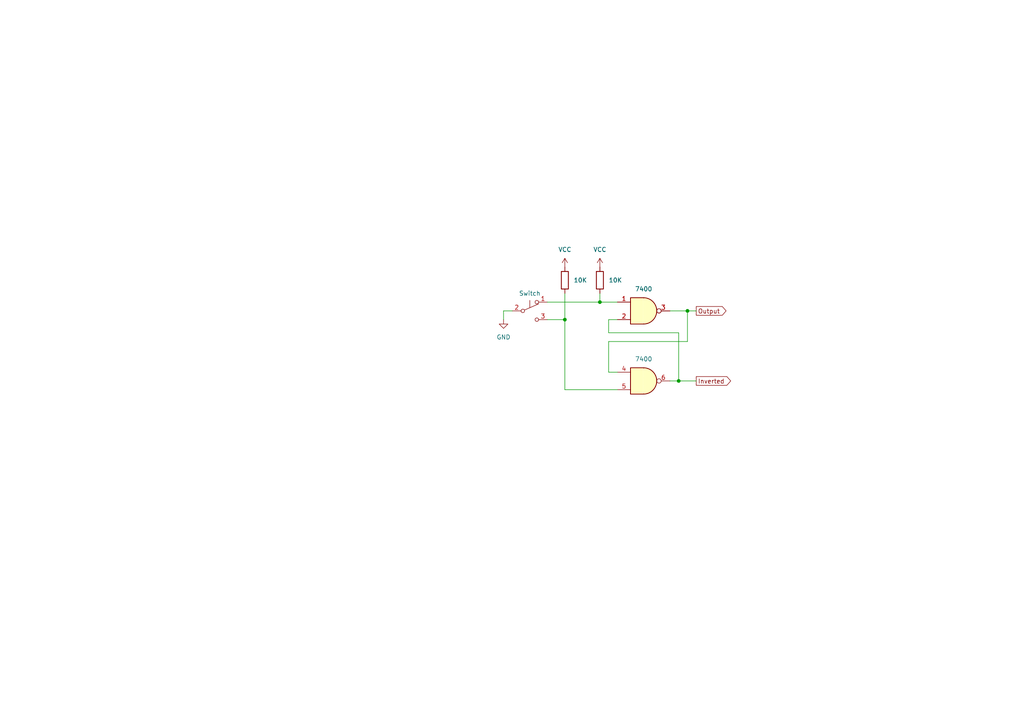
<source format=kicad_sch>
(kicad_sch (version 20211123) (generator eeschema)
  (paper "A4")
  (lib_symbols
    (symbol "74xx:7400" (pin_names (offset 1.016))
      (property "Reference" "U" (at 0 1.27 0))
      (property "Value" "7400" (at 0 -1.27 0))
      (symbol "7400_1_1"
        (arc (start 0 -3.81) (mid 3.81 0) (end 0 3.81) (stroke (width 0.254)) (fill (type background)))
        (polyline (pts (xy 0 3.81) (xy -3.81 3.81) (xy -3.81 -3.81) (xy 0 -3.81)) (stroke (width 0.254)) (fill (type background)))
        (pin input line (at -7.62 2.54 0) (length 3.81) (name "~") (number "1"))
        (pin input line (at -7.62 -2.54 0) (length 3.81) (name "~") (number "2"))
        (pin output inverted (at 7.62 0 180) (length 3.81) (name "~") (number "3"))
      )
      (symbol "7400_1_2"
        (arc (start -3.81 -3.81) (mid -2.589 0) (end -3.81 3.81) (stroke (width 0.254)))
        (arc (start -0.6096 -3.81) (mid 2.1842 -2.5851) (end 3.81 0) (stroke (width 0.254)) (fill (type background)))
        (polyline (pts (xy -3.81 -3.81) (xy -0.635 -3.81)) (stroke (width 0.254)) (fill (type background)))
        (polyline (pts (xy -3.81 3.81) (xy -0.635 3.81)) (stroke (width 0.254)) (fill (type background)))
        (polyline (pts (xy -0.635 3.81) (xy -3.81 3.81) (xy -3.81 3.81) (xy -3.556 3.4036) (xy -3.0226 2.2606) (xy -2.6924 1.0414) (xy -2.6162 -0.254) (xy -2.7686 -1.4986) (xy -3.175 -2.7178) (xy -3.81 -3.81) (xy -3.81 -3.81) (xy -0.635 -3.81)) (stroke (width -25.4)) (fill (type background)))
        (arc (start 3.81 0) (mid 2.1915 2.5936) (end -0.6096 3.81) (stroke (width 0.254)) (fill (type background)))
        (pin input inverted (at -7.62 2.54 0) (length 4.318) (name "~") (number "1"))
        (pin input inverted (at -7.62 -2.54 0) (length 4.318) (name "~") (number "2"))
        (pin output line (at 7.62 0 180) (length 3.81) (name "~") (number "3"))
      )
      (symbol "7400_2_1"
        (arc (start 0 -3.81) (mid 3.81 0) (end 0 3.81) (stroke (width 0.254)) (fill (type background)))
        (polyline (pts (xy 0 3.81) (xy -3.81 3.81) (xy -3.81 -3.81) (xy 0 -3.81)) (stroke (width 0.254)) (fill (type background)))
        (pin input line (at -7.62 2.54 0) (length 3.81) (name "~") (number "4"))
        (pin input line (at -7.62 -2.54 0) (length 3.81) (name "~") (number "5"))
        (pin output inverted (at 7.62 0 180) (length 3.81) (name "~") (number "6"))
      )
      (symbol "7400_2_2"
        (arc (start -3.81 -3.81) (mid -2.589 0) (end -3.81 3.81) (stroke (width 0.254)))
        (arc (start -0.6096 -3.81) (mid 2.1842 -2.5851) (end 3.81 0) (stroke (width 0.254)) (fill (type background)))
        (polyline (pts (xy -3.81 -3.81) (xy -0.635 -3.81)) (stroke (width 0.254)) (fill (type background)))
        (polyline (pts (xy -3.81 3.81) (xy -0.635 3.81)) (stroke (width 0.254)) (fill (type background)))
        (polyline (pts (xy -0.635 3.81) (xy -3.81 3.81) (xy -3.81 3.81) (xy -3.556 3.4036) (xy -3.0226 2.2606) (xy -2.6924 1.0414) (xy -2.6162 -0.254) (xy -2.7686 -1.4986) (xy -3.175 -2.7178) (xy -3.81 -3.81) (xy -3.81 -3.81) (xy -0.635 -3.81)) (stroke (width -25.4)) (fill (type background)))
        (arc (start 3.81 0) (mid 2.1915 2.5936) (end -0.6096 3.81) (stroke (width 0.254)) (fill (type background)))
        (pin input inverted (at -7.62 2.54 0) (length 4.318) (name "~") (number "4"))
        (pin input inverted (at -7.62 -2.54 0) (length 4.318) (name "~") (number "5"))
        (pin output line (at 7.62 0 180) (length 3.81) (name "~") (number "6"))
      )
      (symbol "7400_3_1"
        (arc (start 0 -3.81) (mid 3.81 0) (end 0 3.81) (stroke (width 0.254)) (fill (type background)))
        (polyline (pts (xy 0 3.81) (xy -3.81 3.81) (xy -3.81 -3.81) (xy 0 -3.81)) (stroke (width 0.254)) (fill (type background)))
        (pin input line (at -7.62 -2.54 0) (length 3.81) (name "~") (number "10"))
        (pin output inverted (at 7.62 0 180) (length 3.81) (name "~") (number "8"))
        (pin input line (at -7.62 2.54 0) (length 3.81) (name "~") (number "9"))
      )
      (symbol "7400_3_2"
        (arc (start -3.81 -3.81) (mid -2.589 0) (end -3.81 3.81) (stroke (width 0.254)))
        (arc (start -0.6096 -3.81) (mid 2.1842 -2.5851) (end 3.81 0) (stroke (width 0.254)) (fill (type background)))
        (polyline (pts (xy -3.81 -3.81) (xy -0.635 -3.81)) (stroke (width 0.254)) (fill (type background)))
        (polyline (pts (xy -3.81 3.81) (xy -0.635 3.81)) (stroke (width 0.254)) (fill (type background)))
        (polyline (pts (xy -0.635 3.81) (xy -3.81 3.81) (xy -3.81 3.81) (xy -3.556 3.4036) (xy -3.0226 2.2606) (xy -2.6924 1.0414) (xy -2.6162 -0.254) (xy -2.7686 -1.4986) (xy -3.175 -2.7178) (xy -3.81 -3.81) (xy -3.81 -3.81) (xy -0.635 -3.81)) (stroke (width -25.4)) (fill (type background)))
        (arc (start 3.81 0) (mid 2.1915 2.5936) (end -0.6096 3.81) (stroke (width 0.254)) (fill (type background)))
        (pin input inverted (at -7.62 -2.54 0) (length 4.318) (name "~") (number "10"))
        (pin output line (at 7.62 0 180) (length 3.81) (name "~") (number "8"))
        (pin input inverted (at -7.62 2.54 0) (length 4.318) (name "~") (number "9"))
      )
      (symbol "7400_4_1"
        (arc (start 0 -3.81) (mid 3.81 0) (end 0 3.81) (stroke (width 0.254)) (fill (type background)))
        (polyline (pts (xy 0 3.81) (xy -3.81 3.81) (xy -3.81 -3.81) (xy 0 -3.81)) (stroke (width 0.254)) (fill (type background)))
        (pin output inverted (at 7.62 0 180) (length 3.81) (name "~") (number "11"))
        (pin input line (at -7.62 2.54 0) (length 3.81) (name "~") (number "12"))
        (pin input line (at -7.62 -2.54 0) (length 3.81) (name "~") (number "13"))
      )
      (symbol "7400_4_2"
        (arc (start -3.81 -3.81) (mid -2.589 0) (end -3.81 3.81) (stroke (width 0.254)))
        (arc (start -0.6096 -3.81) (mid 2.1842 -2.5851) (end 3.81 0) (stroke (width 0.254)) (fill (type background)))
        (polyline (pts (xy -3.81 -3.81) (xy -0.635 -3.81)) (stroke (width 0.254)) (fill (type background)))
        (polyline (pts (xy -3.81 3.81) (xy -0.635 3.81)) (stroke (width 0.254)) (fill (type background)))
        (polyline (pts (xy -0.635 3.81) (xy -3.81 3.81) (xy -3.81 3.81) (xy -3.556 3.4036) (xy -3.0226 2.2606) (xy -2.6924 1.0414) (xy -2.6162 -0.254) (xy -2.7686 -1.4986) (xy -3.175 -2.7178) (xy -3.81 -3.81) (xy -3.81 -3.81) (xy -0.635 -3.81)) (stroke (width -25.4)) (fill (type background)))
        (arc (start 3.81 0) (mid 2.1915 2.5936) (end -0.6096 3.81) (stroke (width 0.254)) (fill (type background)))
        (pin output line (at 7.62 0 180) (length 3.81) (name "~") (number "11"))
        (pin input inverted (at -7.62 2.54 0) (length 4.318) (name "~") (number "12"))
        (pin input inverted (at -7.62 -2.54 0) (length 4.318) (name "~") (number "13"))
      )
      (symbol "7400_5_0"
        (pin power_in line (at 0 12.7 270) (length 5.08) (name "VCC") (number "14"))
        (pin power_in line (at 0 -12.7 90) (length 5.08) (name "GND") (number "7"))
      )
      (symbol "7400_5_1"
        (rectangle (start -5.08 7.62) (end 5.08 -7.62) (stroke (width 0.254)) (fill (type background)))
      )
    )
    (symbol "Device:R" (pin_numbers hide) (pin_names (offset 0))
      (property "Reference" "R" (at 2.032 0 90))
      (property "Value" "R" (at 0 0 90))
      (symbol "R_0_1"
        (rectangle (start -1.016 -2.54) (end 1.016 2.54) (stroke (width 0.254)))
      )
      (symbol "R_1_1"
        (pin passive line (at 0 3.81 270) (length 1.27) (name "~") (number "1"))
        (pin passive line (at 0 -3.81 90) (length 1.27) (name "~") (number "2"))
      )
    )
    (symbol "Switch:SW_Push_SPDT" (pin_names (offset 0) hide)
      (property "Reference" "SW" (at 0 4.318 0))
      (property "Value" "SW_Push_SPDT" (at 0 -5.08 0))
      (symbol "SW_Push_SPDT_0_0"
        (circle (center -2.032 0) (radius 0.508))
        (polyline (pts (xy 0 1.016) (xy 0 3.048)))
        (circle (center 2.032 -2.54) (radius 0.508))
      )
      (symbol "SW_Push_SPDT_0_1"
        (polyline (pts (xy -1.524 0.254) (xy 2.54 2.032)))
        (circle (center 2.032 2.54) (radius 0.508))
      )
      (symbol "SW_Push_SPDT_1_1"
        (pin passive line (at 5.08 2.54 180) (length 2.54) (name "A") (number "1"))
        (pin passive line (at -5.08 0 0) (length 2.54) (name "B") (number "2"))
        (pin passive line (at 5.08 -2.54 180) (length 2.54) (name "C") (number "3"))
      )
    )
    (symbol "power:GND" (power) (pin_names (offset 0))
      (property "Value" "GND" (at 0 -3.81 0))
      (symbol "GND_0_1"
        (polyline (pts (xy 0 0) (xy 0 -1.27) (xy 1.27 -1.27) (xy 0 -2.54) (xy -1.27 -1.27) (xy 0 -1.27)))
      )
      (symbol "GND_1_1"
        (pin power_in line (at 0 0 270) (length 0) hide (name "GND") (number "1"))
      )
    )
    (symbol "power:VCC" (power) (pin_names (offset 0))
      (property "Value" "VCC" (at 0 3.81 0))
      (symbol "VCC_0_1"
        (polyline (pts (xy -0.762 1.27) (xy 0 2.54)))
        (polyline (pts (xy 0 0) (xy 0 2.54)))
        (polyline (pts (xy 0 2.54) (xy 0.762 1.27)))
      )
      (symbol "VCC_1_1"
        (pin power_in line (at 0 0 90) (length 0) hide (name "VCC") (number "1"))
      )
    )
  )
  (junction (at 196.85 110.49))
  (junction (at 199.39 90.17))
  (junction (at 173.99 87.63))
  (junction (at 163.83 92.71))
  (wire (pts (xy 196.85 110.49) (xy 201.93 110.49)))
  (wire (pts (xy 179.07 92.71) (xy 176.53 92.71)))
  (wire (pts (xy 199.39 90.17) (xy 201.93 90.17)))
  (wire (pts (xy 176.53 96.52) (xy 196.85 96.52)))
  (wire (pts (xy 146.05 90.17) (xy 148.59 90.17)))
  (wire (pts (xy 146.05 90.17) (xy 146.05 92.71)))
  (wire (pts (xy 199.39 90.17) (xy 194.31 90.17)))
  (wire (pts (xy 176.53 92.71) (xy 176.53 96.52)))
  (wire (pts (xy 196.85 96.52) (xy 196.85 110.49)))
  (wire (pts (xy 163.83 92.71) (xy 163.83 113.03)))
  (wire (pts (xy 173.99 85.09) (xy 173.99 87.63)))
  (wire (pts (xy 196.85 110.49) (xy 194.31 110.49)))
  (wire (pts (xy 179.07 107.95) (xy 176.53 107.95)))
  (wire (pts (xy 199.39 99.06) (xy 199.39 90.17)))
  (wire (pts (xy 173.99 87.63) (xy 179.07 87.63)))
  (wire (pts (xy 176.53 107.95) (xy 176.53 99.06)))
  (wire (pts (xy 163.83 113.03) (xy 179.07 113.03)))
  (wire (pts (xy 158.75 92.71) (xy 163.83 92.71)))
  (wire (pts (xy 163.83 85.09) (xy 163.83 92.71)))
  (wire (pts (xy 158.75 87.63) (xy 173.99 87.63)))
  (wire (pts (xy 176.53 99.06) (xy 199.39 99.06)))
  (global_label "Output" (shape output) (at 201.93 90.17 0) (property "Intersheet References" "${INTERSHEET_REFS}" (effects hide)))
  (global_label "Inverted" (shape output) (at 201.93 110.49 0) (property "Intersheet References" "${INTERSHEET_REFS}" (effects hide)))
  (symbol (lib_id "power:VCC") (at 163.83 77.47 0) (unit 1)
    (property "Reference" "#PWR?" (effects hide))
    (property "Value" "VCC" (at 163.83 72.39 0))
  )
  (symbol (lib_id "power:VCC") (at 173.99 77.47 0) (unit 1)
    (property "Reference" "#PWR?" (effects hide))
    (property "Value" "VCC" (at 173.99 72.39 0))
  )
  (symbol (lib_id "power:GND") (at 146.05 92.71 0) (unit 1)
    (property "Reference" "#PWR?" (effects hide))
    (property "Value" "GND" (at 146.05 97.79 0))
  )
  (symbol (lib_id "74xx:7400") (at 186.69 90.17 0) (unit 1)
    (property "Reference" "U?" (effects hide))
    (property "Value" "7400" (at 186.69 83.82 0))
    (property "Datasheet" "http://www.ti.com/lit/gpn/sn7400" (effects hide))
  )
  (symbol (lib_id "74xx:7400") (at 186.69 110.49 0) (unit 2)
    (property "Reference" "U?" (effects hide))
    (property "Value" "7400" (at 186.69 104.14 0))
    (property "Datasheet" "http://www.ti.com/lit/gpn/sn7400" (effects hide))
  )
  (symbol (lib_id "Device:R") (at 173.99 81.28 0) (unit 1)
    (property "Reference" "R?" (effects hide))
    (property "Value" "10K" (at 176.53 81.2799 0) (effects (justify left)))
  )
  (symbol (lib_id "Device:R") (at 163.83 81.28 0) (unit 1)
    (property "Reference" "R?" (effects hide))
    (property "Value" "10K" (at 166.37 81.2799 0) (effects (justify left)))
  )
  (symbol (lib_id "Switch:SW_Push_SPDT") (at 153.67 90.17 0) (unit 1)
    (property "Reference" "SW?" (effects hide))
    (property "Value" "Switch" (at 153.67 85.09 0))
  )
)
</source>
